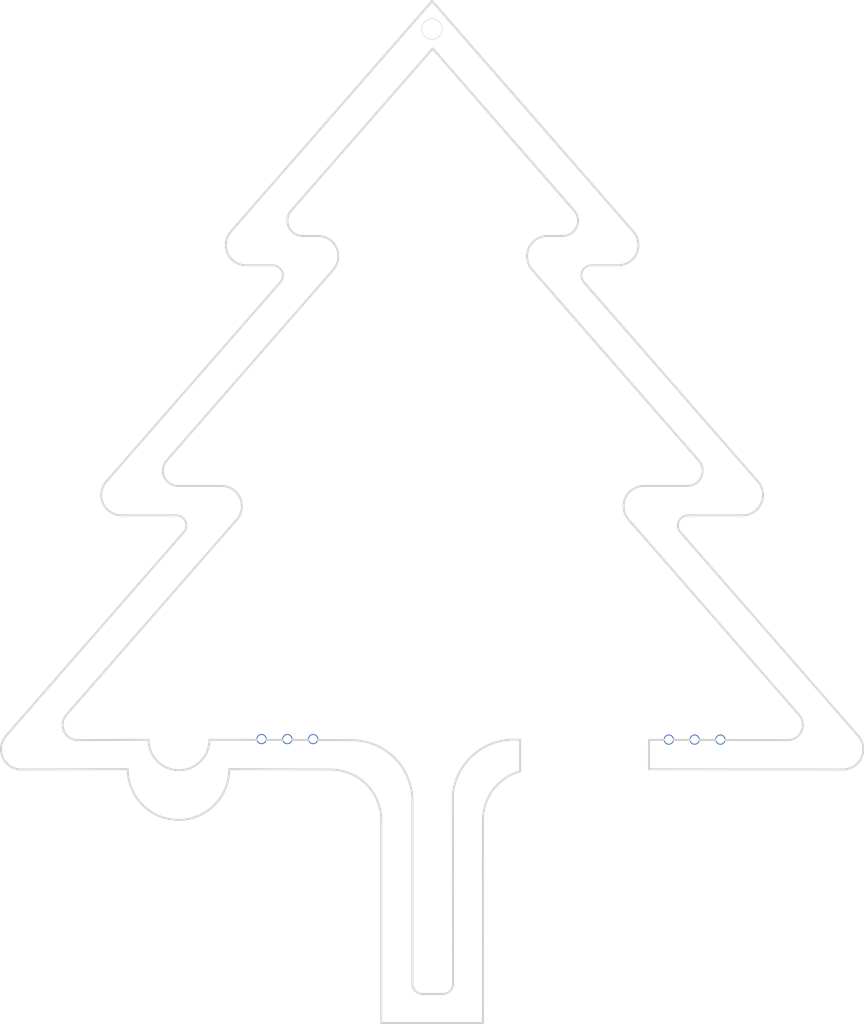
<source format=kicad_pcb>
(kicad_pcb (version 20171130) (host pcbnew "(5.1.6)-1")

  (general
    (thickness 1.6)
    (drawings 63)
    (tracks 0)
    (zones 0)
    (modules 6)
    (nets 1)
  )

  (page A4)
  (layers
    (0 F.Cu signal)
    (31 B.Cu signal)
    (32 B.Adhes user)
    (33 F.Adhes user)
    (34 B.Paste user)
    (35 F.Paste user)
    (36 B.SilkS user)
    (37 F.SilkS user)
    (38 B.Mask user)
    (39 F.Mask user)
    (40 Dwgs.User user)
    (41 Cmts.User user)
    (42 Eco1.User user)
    (43 Eco2.User user)
    (44 Edge.Cuts user)
    (45 Margin user)
    (46 B.CrtYd user)
    (47 F.CrtYd user)
    (48 B.Fab user)
    (49 F.Fab user)
  )

  (setup
    (last_trace_width 0.25)
    (trace_clearance 0.2)
    (zone_clearance 0.508)
    (zone_45_only no)
    (trace_min 0.2)
    (via_size 0.8)
    (via_drill 0.4)
    (via_min_size 0.4)
    (via_min_drill 0.3)
    (uvia_size 0.3)
    (uvia_drill 0.1)
    (uvias_allowed no)
    (uvia_min_size 0.2)
    (uvia_min_drill 0.1)
    (edge_width 0.05)
    (segment_width 0.2)
    (pcb_text_width 0.3)
    (pcb_text_size 1.5 1.5)
    (mod_edge_width 0.12)
    (mod_text_size 1 1)
    (mod_text_width 0.15)
    (pad_size 1 1)
    (pad_drill 0.8)
    (pad_to_mask_clearance 0.05)
    (aux_axis_origin 0 0)
    (grid_origin 143.0274 36.322)
    (visible_elements 7FFFFFFF)
    (pcbplotparams
      (layerselection 0x010fc_ffffffff)
      (usegerberextensions false)
      (usegerberattributes true)
      (usegerberadvancedattributes true)
      (creategerberjobfile true)
      (excludeedgelayer true)
      (linewidth 0.150000)
      (plotframeref false)
      (viasonmask false)
      (mode 1)
      (useauxorigin false)
      (hpglpennumber 1)
      (hpglpenspeed 20)
      (hpglpendiameter 15.000000)
      (psnegative false)
      (psa4output false)
      (plotreference true)
      (plotvalue true)
      (plotinvisibletext false)
      (padsonsilk false)
      (subtractmaskfromsilk false)
      (outputformat 1)
      (mirror false)
      (drillshape 0)
      (scaleselection 1)
      (outputdirectory "Gerber_Mid/"))
  )

  (net 0 "")

  (net_class Default "This is the default net class."
    (clearance 0.2)
    (trace_width 0.25)
    (via_dia 0.8)
    (via_drill 0.4)
    (uvia_dia 0.3)
    (uvia_drill 0.1)
  )

  (module TestPoint:TestPoint_Pad_D1.0mm (layer F.Cu) (tedit 5FDE2201) (tstamp 5FDD5675)
    (at 171.3992 109.093)
    (descr "SMD pad as test Point, diameter 1.0mm")
    (tags "test point SMD pad")
    (fp_text reference 6 (at 0 -1.448) (layer F.SilkS) hide
      (effects (font (size 1 1) (thickness 0.15)))
    )
    (fp_text value TestPoint_Pad_D1.0mm (at 0 1.55) (layer F.Fab)
      (effects (font (size 1 1) (thickness 0.15)))
    )
    (fp_circle (center 0 0) (end 1 0) (layer F.CrtYd) (width 0.05))
    (fp_text user %R (at 0 -1.45) (layer F.Fab)
      (effects (font (size 1 1) (thickness 0.15)))
    )
    (pad 1 thru_hole circle (at 0 0) (size 1 1) (drill 0.8) (layers *.Cu *.Mask))
  )

  (module TestPoint:TestPoint_Pad_D1.0mm (layer F.Cu) (tedit 5FDE21F3) (tstamp 5FDD5667)
    (at 168.8592 109.093)
    (descr "SMD pad as test Point, diameter 1.0mm")
    (tags "test point SMD pad")
    (fp_text reference 5 (at 0 -1.448) (layer F.SilkS) hide
      (effects (font (size 1 1) (thickness 0.15)))
    )
    (fp_text value TestPoint_Pad_D1.0mm (at 0 1.55) (layer F.Fab)
      (effects (font (size 1 1) (thickness 0.15)))
    )
    (fp_circle (center 0 0) (end 1 0) (layer F.CrtYd) (width 0.05))
    (fp_text user %R (at 0 -1.45) (layer F.Fab)
      (effects (font (size 1 1) (thickness 0.15)))
    )
    (pad 1 thru_hole circle (at 0 0) (size 1 1) (drill 0.8) (layers *.Cu *.Mask))
  )

  (module TestPoint:TestPoint_Pad_D1.0mm (layer F.Cu) (tedit 5FDE21ED) (tstamp 5FDD565A)
    (at 166.3192 109.093)
    (descr "SMD pad as test Point, diameter 1.0mm")
    (tags "test point SMD pad")
    (fp_text reference 4 (at 0 -1.448) (layer F.SilkS) hide
      (effects (font (size 1 1) (thickness 0.15)))
    )
    (fp_text value TestPoint_Pad_D1.0mm (at 0 1.55) (layer F.Fab)
      (effects (font (size 1 1) (thickness 0.15)))
    )
    (fp_circle (center 0 0) (end 1 0) (layer F.CrtYd) (width 0.05))
    (fp_text user %R (at 0 -1.45) (layer F.Fab)
      (effects (font (size 1 1) (thickness 0.15)))
    )
    (pad 1 thru_hole circle (at 0 0) (size 1 1) (drill 0.8) (layers *.Cu *.Mask))
  )

  (module TestPoint:TestPoint_Pad_D1.0mm (layer F.Cu) (tedit 5FDE21E1) (tstamp 5FDD56A1)
    (at 126.1872 109.0422)
    (descr "SMD pad as test Point, diameter 1.0mm")
    (tags "test point SMD pad")
    (fp_text reference 1 (at 0 -1.448) (layer F.SilkS) hide
      (effects (font (size 1 1) (thickness 0.15)))
    )
    (fp_text value TestPoint_Pad_D1.0mm (at 0 1.55) (layer F.Fab)
      (effects (font (size 1 1) (thickness 0.15)))
    )
    (fp_circle (center 0 0) (end 1 0) (layer F.CrtYd) (width 0.05))
    (fp_text user %R (at 0 -1.45) (layer F.Fab)
      (effects (font (size 1 1) (thickness 0.15)))
    )
    (pad 1 thru_hole circle (at 0 0) (size 1 1) (drill 0.8) (layers *.Cu *.Mask))
  )

  (module TestPoint:TestPoint_Pad_D1.0mm (layer F.Cu) (tedit 5FDE21DA) (tstamp 5FDD5693)
    (at 128.7272 109.0422)
    (descr "SMD pad as test Point, diameter 1.0mm")
    (tags "test point SMD pad")
    (fp_text reference 2 (at 0 -1.448) (layer F.SilkS) hide
      (effects (font (size 1 1) (thickness 0.15)))
    )
    (fp_text value TestPoint_Pad_D1.0mm (at 0 1.55) (layer F.Fab)
      (effects (font (size 1 1) (thickness 0.15)))
    )
    (fp_circle (center 0 0) (end 1 0) (layer F.CrtYd) (width 0.05))
    (fp_text user %R (at 0 -1.45) (layer F.Fab)
      (effects (font (size 1 1) (thickness 0.15)))
    )
    (pad 1 thru_hole circle (at 0 0) (size 1 1) (drill 0.8) (layers *.Cu *.Mask))
  )

  (module TestPoint:TestPoint_Pad_D1.0mm (layer F.Cu) (tedit 5FDE21D2) (tstamp 5FDD5685)
    (at 131.2672 109.0422)
    (descr "SMD pad as test Point, diameter 1.0mm")
    (tags "test point SMD pad")
    (fp_text reference 3 (at 0 -1.448) (layer F.SilkS) hide
      (effects (font (size 1 1) (thickness 0.15)))
    )
    (fp_text value TestPoint_Pad_D1.0mm (at 0 1.55) (layer F.Fab)
      (effects (font (size 1 1) (thickness 0.15)))
    )
    (fp_circle (center 0 0) (end 1 0) (layer F.CrtYd) (width 0.05))
    (fp_text user %R (at 0 -1.45) (layer F.Fab)
      (effects (font (size 1 1) (thickness 0.15)))
    )
    (pad 1 thru_hole circle (at 0 0) (size 1 1) (drill 0.8) (layers *.Cu *.Mask))
  )

  (gr_circle (center 142.9766 39.116) (end 142.9258 40.132) (layer Edge.Cuts) (width 0.05))
  (gr_line (start 164.3634 109.1184) (end 164.3634 112.014) (layer Edge.Cuts) (width 0.2))
  (gr_line (start 151.6634 109.1184) (end 151.6634 112.2172) (layer Edge.Cuts) (width 0.2))
  (gr_line (start 121.050173 109.10788) (end 135.050174 109.145038) (layer Edge.Cuts) (width 0.2))
  (gr_arc (start 108.078788 107.645038) (end 106.948967 106.658375) (angle -131.1304318) (layer Edge.Cuts) (width 0.2))
  (gr_line (start 122.240249 84.10788) (end 117.954381 84.10788) (layer Edge.Cuts) (width 0.2))
  (gr_line (start 115.050173 109.10788) (end 108.078788 109.145038) (layer Edge.Cuts) (width 0.2))
  (gr_arc (start 144.050172 133.145039) (end 144.050173 134.145039) (angle -90) (layer Edge.Cuts) (width 0.2))
  (gr_arc (start 130.230167 57.986663) (end 129.100346 57) (angle -131.1304318) (layer Edge.Cuts) (width 0.2))
  (gr_arc (start 135.050174 115.145038) (end 141.050174 115.145038) (angle -90) (layer Edge.Cuts) (width 0.2))
  (gr_line (start 131.752605 59.486663) (end 130.230167 59.486663) (layer Edge.Cuts) (width 0.2))
  (gr_line (start 106.948967 106.658375) (end 123.746677 87.423431) (layer Edge.Cuts) (width 0.2))
  (gr_arc (start 142.050174 133.145039) (end 141.050174 133.145039) (angle -90) (layer Edge.Cuts) (width 0.2))
  (gr_arc (start 118.050173 109.10788) (end 115.050173 109.10788) (angle -180) (layer Edge.Cuts) (width 0.2))
  (gr_line (start 116.82456 81.621217) (end 133.259033 62.802214) (layer Edge.Cuts) (width 0.2))
  (gr_arc (start 154.347741 61.486663) (end 154.347741 59.486663) (angle -131.1304318) (layer Edge.Cuts) (width 0.2))
  (gr_arc (start 168.145965 82.60788) (end 168.145965 84.10788) (angle -131.1304318) (layer Edge.Cuts) (width 0.2))
  (gr_arc (start 178.021558 107.645038) (end 178.021558 109.145038) (angle -131.1304318) (layer Edge.Cuts) (width 0.2))
  (gr_arc (start 117.954381 82.60788) (end 116.82456 81.621217) (angle -131.1304318) (layer Edge.Cuts) (width 0.2))
  (gr_arc (start 155.870179 57.986663) (end 155.870179 59.486663) (angle -131.1304318) (layer Edge.Cuts) (width 0.2))
  (gr_line (start 169.275786 81.621217) (end 152.841313 62.802214) (layer Edge.Cuts) (width 0.2))
  (gr_line (start 154.347741 59.486663) (end 155.870179 59.486663) (layer Edge.Cuts) (width 0.2))
  (gr_line (start 163.860097 84.10788) (end 168.145965 84.10788) (layer Edge.Cuts) (width 0.2))
  (gr_line (start 144.050173 134.145039) (end 142.050174 134.145039) (layer Edge.Cuts) (width 0.2))
  (gr_line (start 145.050172 133.145038) (end 145.038529 114.39901) (layer Edge.Cuts) (width 0.2))
  (gr_arc (start 163.860097 86.10788) (end 163.860097 84.10788) (angle -131.1304318) (layer Edge.Cuts) (width 0.2))
  (gr_line (start 164.3634 109.1184) (end 178.021558 109.145038) (layer Edge.Cuts) (width 0.2))
  (gr_line (start 141.050174 133.145039) (end 141.050174 115.145038) (layer Edge.Cuts) (width 0.2))
  (gr_line (start 179.151379 106.658375) (end 162.353669 87.423431) (layer Edge.Cuts) (width 0.2))
  (gr_arc (start 122.240249 86.10788) (end 123.746677 87.423431) (angle -131.1304318) (layer Edge.Cuts) (width 0.2))
  (gr_line (start 129.100346 57) (end 143.050173 41.026148) (layer Edge.Cuts) (width 0.2))
  (gr_arc (start 131.752605 61.486663) (end 133.259033 62.802214) (angle -131.1304318) (layer Edge.Cuts) (width 0.2))
  (gr_arc (start 151.050172 115.145038) (end 151.6634 109.1184) (angle -88.73593659) (layer Edge.Cuts) (width 0.2))
  (gr_line (start 157 57) (end 143.050173 41.026148) (layer Edge.Cuts) (width 0.2))
  (gr_line (start 158.699438 62.378783) (end 161.322343 62.378783) (layer Edge.Cuts) (width 0.2))
  (gr_arc (start 102.509878 110.037158) (end 101.00345 108.721608) (angle -131.1304318) (layer Edge.Cuts) (width 0.2))
  (gr_arc (start 124.661258 60.378783) (end 123.154829 59.063233) (angle -131.1304318) (layer Edge.Cuts) (width 0.2))
  (gr_line (start 137.983601 137) (end 137.983601 117.037158) (layer Edge.Cuts) (width 0.2))
  (gr_arc (start 183.473723 110.037158) (end 183.473723 112.037158) (angle -131.1304318) (layer Edge.Cuts) (width 0.2))
  (gr_line (start 110.879043 83.68445) (end 128.037377 64.036559) (layer Edge.Cuts) (width 0.2))
  (gr_arc (start 168.211794 88) (end 168.211794 87) (angle -131.1304318) (layer Edge.Cuts) (width 0.2))
  (gr_arc (start 117.771807 88) (end 118.525021 88.657776) (angle -131.1304318) (layer Edge.Cuts) (width 0.2))
  (gr_line (start 184.980151 108.721608) (end 167.45858 88.657776) (layer Edge.Cuts) (width 0.2))
  (gr_arc (start 127.284163 63.378783) (end 128.037377 64.036559) (angle -131.1304318) (layer Edge.Cuts) (width 0.2))
  (gr_arc (start 152.999999 117.037158) (end 151.6634 112.2172) (angle -74.50103379) (layer Edge.Cuts) (width 0.2))
  (gr_line (start 168.211794 87) (end 173.598129 87) (layer Edge.Cuts) (width 0.2))
  (gr_arc (start 173.598129 85) (end 173.598129 87) (angle -131.1304318) (layer Edge.Cuts) (width 0.2))
  (gr_arc (start 161.322343 60.378783) (end 161.322343 62.378783) (angle -131.1304318) (layer Edge.Cuts) (width 0.2))
  (gr_arc (start 112.385471 85) (end 110.879043 83.68445) (angle -131.1304318) (layer Edge.Cuts) (width 0.2))
  (gr_line (start 113 112) (end 102.509878 112.037158) (layer Edge.Cuts) (width 0.2))
  (gr_line (start 101.00345 108.721608) (end 118.525021 88.657776) (layer Edge.Cuts) (width 0.2))
  (gr_line (start 123 112) (end 132.983601 112.037158) (layer Edge.Cuts) (width 0.2))
  (gr_line (start 123.154829 59.063233) (end 142.991801 36.348051) (layer Edge.Cuts) (width 0.2))
  (gr_arc (start 158.699438 63.378783) (end 158.699438 62.378783) (angle -131.1304318) (layer Edge.Cuts) (width 0.2))
  (gr_line (start 148 137) (end 147.99815 117.037158) (layer Edge.Cuts) (width 0.2))
  (gr_line (start 117.771807 87) (end 112.385471 87) (layer Edge.Cuts) (width 0.2))
  (gr_line (start 137.983601 137) (end 148 137) (layer Edge.Cuts) (width 0.2))
  (gr_line (start 127.284163 62.378783) (end 124.661258 62.378783) (layer Edge.Cuts) (width 0.2))
  (gr_line (start 175.104558 83.68445) (end 157.946224 64.036559) (layer Edge.Cuts) (width 0.2))
  (gr_arc (start 132.983601 117.037158) (end 137.983601 117.037158) (angle -90) (layer Edge.Cuts) (width 0.2))
  (gr_line (start 164.3634 112.014) (end 183.473723 112.037158) (layer Edge.Cuts) (width 0.2))
  (gr_line (start 162.828772 59.063233) (end 142.991801 36.348051) (layer Edge.Cuts) (width 0.2))
  (gr_arc (start 118 112) (end 113 112) (angle -180) (layer Edge.Cuts) (width 0.2))

)

</source>
